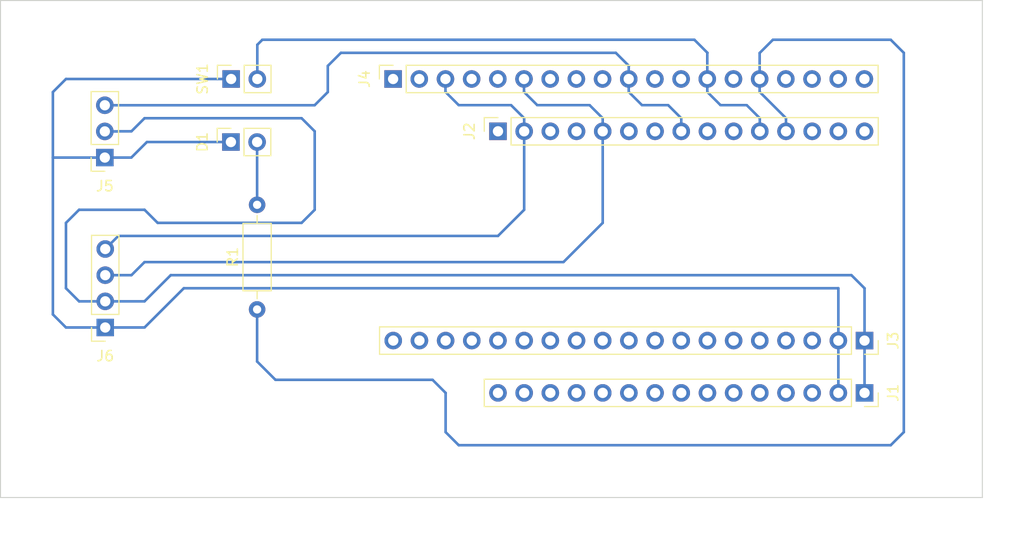
<source format=kicad_pcb>
(kicad_pcb (version 20240108) (generator "pcbnew") (generator_version "8.0")
  (layers (0 "F.Cu" signal) (31 "B.Cu" signal) (34 "B.Paste" user) (35 "F.Paste" user) (36 "B.SilkS" user "B.Silkscreen") (37 "F.SilkS" user "F.Silkscreen") (38 "B.Mask" user) (39 "F.Mask" user) (44 "Edge.Cuts" user))
  (net 0 "")
  (net 1 "GND")
  (net 2 "Net-(D1-A)")
  (net 13 "+5V")
  (net 20 "Net-(J2-Pin_8)")
  (net 22 "Net-(J2-Pin_12)")
  (net 23 "Net-(J2-Pin_2)")
  (net 25 "Net-(J2-Pin_11)")
  (net 28 "Net-(J2-Pin_5)")
  (footprint "Connector_PinSocket_2.54mm:PinSocket_1x15_P2.54mm_Vertical" (layer "F.Cu") (at 157.48 66.04 90)
    (property "Reference" "J2" (at 0 -2.77 270) (layer "F.SilkS"))
    (property "Value" "Conn_NodeMCU_30pin_right")
    (fp_line (start 1.33 -1.33) (end 1.33 0) (stroke (width 0.12)) (layer "F.SilkS"))
    (fp_line (start 0 -1.33) (end 1.33 -1.33) (stroke (width 0.12)) (layer "F.SilkS"))
    (fp_line (start 1.33 1.27) (end 1.33 36.89) (stroke (width 0.12)) (layer "F.SilkS"))
    (fp_line (start -1.33 1.27) (end 1.33 1.27) (stroke (width 0.12)) (layer "F.SilkS"))
    (fp_line (start -1.33 1.27) (end -1.33 36.89) (stroke (width 0.12)) (layer "F.SilkS"))
    (fp_line (start -1.33 36.89) (end 1.33 36.89) (stroke (width 0.12)) (layer "F.SilkS"))
    (pad "1" thru_hole rect (at 0 0 90) (size 1.7 1.7) (drill 1) (layers "*.Cu" "*.Mask"))
    (pad "2" thru_hole oval (at 0 2.54 90) (size 1.7 1.7) (drill 1) (layers "*.Cu" "*.Mask") (net 23 "Net-(J2-Pin_2)"))
    (pad "3" thru_hole oval (at 0 5.08 90) (size 1.7 1.7) (drill 1) (layers "*.Cu" "*.Mask"))
    (pad "4" thru_hole oval (at 0 7.62 90) (size 1.7 1.7) (drill 1) (layers "*.Cu" "*.Mask"))
    (pad "5" thru_hole oval (at 0 10.16 90) (size 1.7 1.7) (drill 1) (layers "*.Cu" "*.Mask") (net 28 "Net-(J2-Pin_5)"))
    (pad "6" thru_hole oval (at 0 12.7 90) (size 1.7 1.7) (drill 1) (layers "*.Cu" "*.Mask"))
    (pad "7" thru_hole oval (at 0 15.24 90) (size 1.7 1.7) (drill 1) (layers "*.Cu" "*.Mask"))
    (pad "8" thru_hole oval (at 0 17.78 90) (size 1.7 1.7) (drill 1) (layers "*.Cu" "*.Mask") (net 20 "Net-(J2-Pin_8)"))
    (pad "9" thru_hole oval (at 0 20.32 90) (size 1.7 1.7) (drill 1) (layers "*.Cu" "*.Mask"))
    (pad "10" thru_hole oval (at 0 22.86 90) (size 1.7 1.7) (drill 1) (layers "*.Cu" "*.Mask"))
    (pad "11" thru_hole oval (at 0 25.4 90) (size 1.7 1.7) (drill 1) (layers "*.Cu" "*.Mask") (net 25 "Net-(J2-Pin_11)"))
    (pad "12" thru_hole oval (at 0 27.94 90) (size 1.7 1.7) (drill 1) (layers "*.Cu" "*.Mask") (net 22 "Net-(J2-Pin_12)"))
    (pad "13" thru_hole oval (at 0 30.48 90) (size 1.7 1.7) (drill 1) (layers "*.Cu" "*.Mask"))
    (pad "14" thru_hole oval (at 0 33.02 90) (size 1.7 1.7) (drill 1) (layers "*.Cu" "*.Mask"))
    (pad "15" thru_hole oval (at 0 35.56 90) (size 1.7 1.7) (drill 1) (layers "*.Cu" "*.Mask"))
  )
  (footprint "Connector_PinSocket_2.54mm:PinSocket_1x02_P2.54mm_Vertical" (layer "F.Cu") (at 131.572 67.081 90)
    (property "Reference" "D1" (at 0 -2.77 270) (layer "F.SilkS"))
    (property "Value" "LED_neue_Meldung")
    (fp_line (start 1.33 -1.33) (end 1.33 0) (stroke (width 0.12)) (layer "F.SilkS"))
    (fp_line (start 0 -1.33) (end 1.33 -1.33) (stroke (width 0.12)) (layer "F.SilkS"))
    (fp_line (start 1.33 1.27) (end 1.33 3.87) (stroke (width 0.12)) (layer "F.SilkS"))
    (fp_line (start -1.33 1.27) (end 1.33 1.27) (stroke (width 0.12)) (layer "F.SilkS"))
    (fp_line (start -1.33 1.27) (end -1.33 3.87) (stroke (width 0.12)) (layer "F.SilkS"))
    (fp_line (start -1.33 3.87) (end 1.33 3.87) (stroke (width 0.12)) (layer "F.SilkS"))
    (pad "1" thru_hole rect (at 0 0 90) (size 1.7 1.7) (drill 1) (layers "*.Cu" "*.Mask") (net 1 "GND"))
    (pad "2" thru_hole oval (at 0 2.54 90) (size 1.7 1.7) (drill 1) (layers "*.Cu" "*.Mask") (net 2 "Net-(D1-A)"))
  )
  (footprint "Connector_PinSocket_2.54mm:PinSocket_1x15_P2.54mm_Vertical" (layer "F.Cu") (at 193.04 91.44 -90)
    (property "Reference" "J1" (at 0 -2.77 90) (layer "F.SilkS"))
    (property "Value" "Conn_NodeMCU_30pin_left")
    (fp_line (start -1.33 36.89) (end 1.33 36.89) (stroke (width 0.12)) (layer "F.SilkS"))
    (fp_line (start -1.33 1.27) (end -1.33 36.89) (stroke (width 0.12)) (layer "F.SilkS"))
    (fp_line (start -1.33 1.27) (end 1.33 1.27) (stroke (width 0.12)) (layer "F.SilkS"))
    (fp_line (start 1.33 1.27) (end 1.33 36.89) (stroke (width 0.12)) (layer "F.SilkS"))
    (fp_line (start 0 -1.33) (end 1.33 -1.33) (stroke (width 0.12)) (layer "F.SilkS"))
    (fp_line (start 1.33 -1.33) (end 1.33 0) (stroke (width 0.12)) (layer "F.SilkS"))
    (pad "1" thru_hole rect (at 0 0 270) (size 1.7 1.7) (drill 1) (layers "*.Cu" "*.Mask") (net 13 "+5V"))
    (pad "2" thru_hole oval (at 0 2.54 270) (size 1.7 1.7) (drill 1) (layers "*.Cu" "*.Mask") (net 1 "GND"))
    (pad "3" thru_hole oval (at 0 5.08 270) (size 1.7 1.7) (drill 1) (layers "*.Cu" "*.Mask"))
    (pad "4" thru_hole oval (at 0 7.62 270) (size 1.7 1.7) (drill 1) (layers "*.Cu" "*.Mask"))
    (pad "5" thru_hole oval (at 0 10.16 270) (size 1.7 1.7) (drill 1) (layers "*.Cu" "*.Mask"))
    (pad "6" thru_hole oval (at 0 12.7 270) (size 1.7 1.7) (drill 1) (layers "*.Cu" "*.Mask"))
    (pad "7" thru_hole oval (at 0 15.24 270) (size 1.7 1.7) (drill 1) (layers "*.Cu" "*.Mask"))
    (pad "8" thru_hole oval (at 0 17.78 270) (size 1.7 1.7) (drill 1) (layers "*.Cu" "*.Mask"))
    (pad "9" thru_hole oval (at 0 20.32 270) (size 1.7 1.7) (drill 1) (layers "*.Cu" "*.Mask"))
    (pad "10" thru_hole oval (at 0 22.86 270) (size 1.7 1.7) (drill 1) (layers "*.Cu" "*.Mask"))
    (pad "11" thru_hole oval (at 0 25.4 270) (size 1.7 1.7) (drill 1) (layers "*.Cu" "*.Mask"))
    (pad "12" thru_hole oval (at 0 27.94 270) (size 1.7 1.7) (drill 1) (layers "*.Cu" "*.Mask"))
    (pad "13" thru_hole oval (at 0 30.48 270) (size 1.7 1.7) (drill 1) (layers "*.Cu" "*.Mask"))
    (pad "14" thru_hole oval (at 0 33.02 270) (size 1.7 1.7) (drill 1) (layers "*.Cu" "*.Mask"))
    (pad "15" thru_hole oval (at 0 35.56 270) (size 1.7 1.7) (drill 1) (layers "*.Cu" "*.Mask"))
  )
  (footprint "Connector_PinSocket_2.54mm:PinSocket_1x19_P2.54mm_Vertical" (layer "F.Cu") (at 193.04 86.36 -90)
    (property "Reference" "J3" (at 0 -2.77 90) (layer "F.SilkS"))
    (property "Value" "Conn_NodeMCU_38pin_left")
    (fp_line (start -1.33 47.05) (end 1.33 47.05) (stroke (width 0.12)) (layer "F.SilkS"))
    (fp_line (start -1.33 1.27) (end -1.33 47.05) (stroke (width 0.12)) (layer "F.SilkS"))
    (fp_line (start -1.33 1.27) (end 1.33 1.27) (stroke (width 0.12)) (layer "F.SilkS"))
    (fp_line (start 1.33 1.27) (end 1.33 47.05) (stroke (width 0.12)) (layer "F.SilkS"))
    (fp_line (start 0 -1.33) (end 1.33 -1.33) (stroke (width 0.12)) (layer "F.SilkS"))
    (fp_line (start 1.33 -1.33) (end 1.33 0) (stroke (width 0.12)) (layer "F.SilkS"))
    (pad "1" thru_hole rect (at 0 0 270) (size 1.7 1.7) (drill 1) (layers "*.Cu" "*.Mask") (net 13 "+5V"))
    (pad "2" thru_hole oval (at 0 2.54 270) (size 1.7 1.7) (drill 1) (layers "*.Cu" "*.Mask") (net 1 "GND"))
    (pad "3" thru_hole oval (at 0 5.08 270) (size 1.7 1.7) (drill 1) (layers "*.Cu" "*.Mask"))
    (pad "4" thru_hole oval (at 0 7.62 270) (size 1.7 1.7) (drill 1) (layers "*.Cu" "*.Mask"))
    (pad "5" thru_hole oval (at 0 10.16 270) (size 1.7 1.7) (drill 1) (layers "*.Cu" "*.Mask"))
    (pad "6" thru_hole oval (at 0 12.7 270) (size 1.7 1.7) (drill 1) (layers "*.Cu" "*.Mask"))
    (pad "7" thru_hole oval (at 0 15.24 270) (size 1.7 1.7) (drill 1) (layers "*.Cu" "*.Mask"))
    (pad "8" thru_hole oval (at 0 17.78 270) (size 1.7 1.7) (drill 1) (layers "*.Cu" "*.Mask"))
    (pad "9" thru_hole oval (at 0 20.32 270) (size 1.7 1.7) (drill 1) (layers "*.Cu" "*.Mask"))
    (pad "10" thru_hole oval (at 0 22.86 270) (size 1.7 1.7) (drill 1) (layers "*.Cu" "*.Mask"))
    (pad "11" thru_hole oval (at 0 25.4 270) (size 1.7 1.7) (drill 1) (layers "*.Cu" "*.Mask"))
    (pad "12" thru_hole oval (at 0 27.94 270) (size 1.7 1.7) (drill 1) (layers "*.Cu" "*.Mask"))
    (pad "13" thru_hole oval (at 0 30.48 270) (size 1.7 1.7) (drill 1) (layers "*.Cu" "*.Mask"))
    (pad "14" thru_hole oval (at 0 33.02 270) (size 1.7 1.7) (drill 1) (layers "*.Cu" "*.Mask"))
    (pad "15" thru_hole oval (at 0 35.56 270) (size 1.7 1.7) (drill 1) (layers "*.Cu" "*.Mask"))
    (pad "16" thru_hole oval (at 0 38.1 270) (size 1.7 1.7) (drill 1) (layers "*.Cu" "*.Mask"))
    (pad "17" thru_hole oval (at 0 40.64 270) (size 1.7 1.7) (drill 1) (layers "*.Cu" "*.Mask"))
    (pad "18" thru_hole oval (at 0 43.18 270) (size 1.7 1.7) (drill 1) (layers "*.Cu" "*.Mask"))
    (pad "19" thru_hole oval (at 0 45.72 270) (size 1.7 1.7) (drill 1) (layers "*.Cu" "*.Mask"))
  )
  (footprint "Connector_PinSocket_2.54mm:PinSocket_1x03_P2.54mm_Vertical" (layer "F.Cu") (at 119.34 68.59 180)
    (property "Reference" "J5" (at 0 -2.77 180) (layer "F.SilkS"))
    (property "Value" "Conn_Piezzo (aktiv/passiv)")
    (fp_line (start 1.33 1.27) (end 1.33 6.41) (stroke (width 0.12)) (layer "F.SilkS"))
    (fp_line (start 1.33 -1.33) (end 1.33 0) (stroke (width 0.12)) (layer "F.SilkS"))
    (fp_line (start 0 -1.33) (end 1.33 -1.33) (stroke (width 0.12)) (layer "F.SilkS"))
    (fp_line (start -1.33 6.41) (end 1.33 6.41) (stroke (width 0.12)) (layer "F.SilkS"))
    (fp_line (start -1.33 1.27) (end 1.33 1.27) (stroke (width 0.12)) (layer "F.SilkS"))
    (fp_line (start -1.33 1.27) (end -1.33 6.41) (stroke (width 0.12)) (layer "F.SilkS"))
    (pad "1" thru_hole rect (at 0 0 180) (size 1.7 1.7) (drill 1) (layers "*.Cu" "*.Mask") (net 1 "GND"))
    (pad "2" thru_hole oval (at 0 2.54 180) (size 1.7 1.7) (drill 1) (layers "*.Cu" "*.Mask") (net 13 "+5V"))
    (pad "3" thru_hole oval (at 0 5.08 180) (size 1.7 1.7) (drill 1) (layers "*.Cu" "*.Mask") (net 20 "Net-(J2-Pin_8)"))
  )
  (footprint "Connector_PinSocket_2.54mm:PinSocket_1x04_P2.54mm_Vertical" (layer "F.Cu") (at 119.38 85.09 180)
    (property "Reference" "J6" (at 0 -2.77 180) (layer "F.SilkS"))
    (property "Value" "Conn_LCD")
    (fp_line (start 1.33 1.27) (end 1.33 8.95) (stroke (width 0.12)) (layer "F.SilkS"))
    (fp_line (start 1.33 -1.33) (end 1.33 0) (stroke (width 0.12)) (layer "F.SilkS"))
    (fp_line (start 0 -1.33) (end 1.33 -1.33) (stroke (width 0.12)) (layer "F.SilkS"))
    (fp_line (start -1.33 8.95) (end 1.33 8.95) (stroke (width 0.12)) (layer "F.SilkS"))
    (fp_line (start -1.33 1.27) (end 1.33 1.27) (stroke (width 0.12)) (layer "F.SilkS"))
    (fp_line (start -1.33 1.27) (end -1.33 8.95) (stroke (width 0.12)) (layer "F.SilkS"))
    (pad "1" thru_hole rect (at 0 0 180) (size 1.7 1.7) (drill 1) (layers "*.Cu" "*.Mask") (net 1 "GND"))
    (pad "2" thru_hole oval (at 0 2.54 180) (size 1.7 1.7) (drill 1) (layers "*.Cu" "*.Mask") (net 13 "+5V"))
    (pad "3" thru_hole oval (at 0 5.08 180) (size 1.7 1.7) (drill 1) (layers "*.Cu" "*.Mask") (net 28 "Net-(J2-Pin_5)"))
    (pad "4" thru_hole oval (at 0 7.62 180) (size 1.7 1.7) (drill 1) (layers "*.Cu" "*.Mask") (net 23 "Net-(J2-Pin_2)"))
  )
  (footprint "Connector_PinSocket_2.54mm:PinSocket_1x02_P2.54mm_Vertical" (layer "F.Cu") (at 131.592 60.96 90)
    (property "Reference" "SW1" (at 0 -2.77 270) (layer "F.SilkS"))
    (property "Value" "SW_Meldung_bestätigen")
    (fp_line (start 1.33 -1.33) (end 1.33 0) (stroke (width 0.12)) (layer "F.SilkS"))
    (fp_line (start 0 -1.33) (end 1.33 -1.33) (stroke (width 0.12)) (layer "F.SilkS"))
    (fp_line (start 1.33 1.27) (end 1.33 3.87) (stroke (width 0.12)) (layer "F.SilkS"))
    (fp_line (start -1.33 1.27) (end 1.33 1.27) (stroke (width 0.12)) (layer "F.SilkS"))
    (fp_line (start -1.33 1.27) (end -1.33 3.87) (stroke (width 0.12)) (layer "F.SilkS"))
    (fp_line (start -1.33 3.87) (end 1.33 3.87) (stroke (width 0.12)) (layer "F.SilkS"))
    (pad "1" thru_hole rect (at 0 0 90) (size 1.7 1.7) (drill 1) (layers "*.Cu" "*.Mask") (net 1 "GND"))
    (pad "2" thru_hole oval (at 0 2.54 90) (size 1.7 1.7) (drill 1) (layers "*.Cu" "*.Mask") (net 25 "Net-(J2-Pin_11)"))
  )
  (footprint "Resistor_THT:R_Axial_DIN0207_L6.3mm_D2.5mm_P10.16mm_Horizontal" (layer "F.Cu") (at 134.112 83.337 90)
    (property "Reference" "R1" (at 5.08 -2.37 270) (layer "F.SilkS"))
    (property "Value" "150R")
    (fp_line (start 8.35 -1.37) (end 1.81 -1.37) (stroke (width 0.12)) (layer "F.SilkS"))
    (fp_line (start 1.81 -1.37) (end 1.81 1.37) (stroke (width 0.12)) (layer "F.SilkS"))
    (fp_line (start 9.12 0) (end 8.35 0) (stroke (width 0.12)) (layer "F.SilkS"))
    (fp_line (start 1.04 0) (end 1.81 0) (stroke (width 0.12)) (layer "F.SilkS"))
    (fp_line (start 8.35 1.37) (end 8.35 -1.37) (stroke (width 0.12)) (layer "F.SilkS"))
    (fp_line (start 1.81 1.37) (end 8.35 1.37) (stroke (width 0.12)) (layer "F.SilkS"))
    (pad "1" thru_hole circle (at 0 0 90) (size 1.6 1.6) (drill 0.8) (layers "*.Cu" "*.Mask") (net 22 "Net-(J2-Pin_12)"))
    (pad "2" thru_hole oval (at 10.16 0 90) (size 1.6 1.6) (drill 0.8) (layers "*.Cu" "*.Mask") (net 2 "Net-(D1-A)"))
  )
  (footprint "Connector_PinSocket_2.54mm:PinSocket_1x19_P2.54mm_Vertical" (layer "F.Cu") (at 147.305 60.96 90)
    (property "Reference" "J4" (at 0 -2.77 270) (layer "F.SilkS"))
    (property "Value" "Conn_NodeMCU_38pin_right")
    (fp_line (start 1.33 -1.33) (end 1.33 0) (stroke (width 0.12)) (layer "F.SilkS"))
    (fp_line (start 0 -1.33) (end 1.33 -1.33) (stroke (width 0.12)) (layer "F.SilkS"))
    (fp_line (start 1.33 1.27) (end 1.33 47.05) (stroke (width 0.12)) (layer "F.SilkS"))
    (fp_line (start -1.33 1.27) (end 1.33 1.27) (stroke (width 0.12)) (layer "F.SilkS"))
    (fp_line (start -1.33 1.27) (end -1.33 47.05) (stroke (width 0.12)) (layer "F.SilkS"))
    (fp_line (start -1.33 47.05) (end 1.33 47.05) (stroke (width 0.12)) (layer "F.SilkS"))
    (pad "1" thru_hole rect (at 0 0 90) (size 1.7 1.7) (drill 1) (layers "*.Cu" "*.Mask"))
    (pad "2" thru_hole oval (at 0 2.54 90) (size 1.7 1.7) (drill 1) (layers "*.Cu" "*.Mask"))
    (pad "3" thru_hole oval (at 0 5.08 90) (size 1.7 1.7) (drill 1) (layers "*.Cu" "*.Mask") (net 23 "Net-(J2-Pin_2)"))
    (pad "4" thru_hole oval (at 0 7.62 90) (size 1.7 1.7) (drill 1) (layers "*.Cu" "*.Mask"))
    (pad "5" thru_hole oval (at 0 10.16 90) (size 1.7 1.7) (drill 1) (layers "*.Cu" "*.Mask"))
    (pad "6" thru_hole oval (at 0 12.7 90) (size 1.7 1.7) (drill 1) (layers "*.Cu" "*.Mask") (net 28 "Net-(J2-Pin_5)"))
    (pad "7" thru_hole oval (at 0 15.24 90) (size 1.7 1.7) (drill 1) (layers "*.Cu" "*.Mask"))
    (pad "8" thru_hole oval (at 0 17.78 90) (size 1.7 1.7) (drill 1) (layers "*.Cu" "*.Mask"))
    (pad "9" thru_hole oval (at 0 20.32 90) (size 1.7 1.7) (drill 1) (layers "*.Cu" "*.Mask"))
    (pad "10" thru_hole oval (at 0 22.86 90) (size 1.7 1.7) (drill 1) (layers "*.Cu" "*.Mask") (net 20 "Net-(J2-Pin_8)"))
    (pad "11" thru_hole oval (at 0 25.4 90) (size 1.7 1.7) (drill 1) (layers "*.Cu" "*.Mask"))
    (pad "12" thru_hole oval (at 0 27.94 90) (size 1.7 1.7) (drill 1) (layers "*.Cu" "*.Mask"))
    (pad "13" thru_hole oval (at 0 30.48 90) (size 1.7 1.7) (drill 1) (layers "*.Cu" "*.Mask") (net 25 "Net-(J2-Pin_11)"))
    (pad "14" thru_hole oval (at 0 33.02 90) (size 1.7 1.7) (drill 1) (layers "*.Cu" "*.Mask"))
    (pad "15" thru_hole oval (at 0 35.56 90) (size 1.7 1.7) (drill 1) (layers "*.Cu" "*.Mask") (net 22 "Net-(J2-Pin_12)"))
    (pad "16" thru_hole oval (at 0 38.1 90) (size 1.7 1.7) (drill 1) (layers "*.Cu" "*.Mask"))
    (pad "17" thru_hole oval (at 0 40.64 90) (size 1.7 1.7) (drill 1) (layers "*.Cu" "*.Mask"))
    (pad "18" thru_hole oval (at 0 43.18 90) (size 1.7 1.7) (drill 1) (layers "*.Cu" "*.Mask"))
    (pad "19" thru_hole oval (at 0 45.72 90) (size 1.7 1.7) (drill 1) (layers "*.Cu" "*.Mask"))
  )
  (gr_line (start 204.47 53.34) (end 204.47 101.6) (stroke (width 0.1)) (layer "Edge.Cuts"))
  (gr_line (start 109.22 101.6) (end 109.22 53.34) (stroke (width 0.1)) (layer "Edge.Cuts"))
  (gr_line (start 204.47 101.6) (end 109.22 101.6) (stroke (width 0.1)) (layer "Edge.Cuts"))
  (gr_line (start 109.22 53.34) (end 204.47 53.34) (stroke (width 0.1)) (layer "Edge.Cuts"))
  (segment (start 123.19 85.09) (end 119.38 85.09) (width 0.25) (layer "B.Cu") (net 1))
  (segment (start 119.34 68.59) (end 121.91 68.59) (width 0.25) (layer "B.Cu") (net 1))
  (segment (start 190.5 81.28) (end 127 81.28) (width 0.25) (layer "B.Cu") (net 1))
  (segment (start 123.419 67.081) (end 131.572 67.081) (width 0.25) (layer "B.Cu") (net 1))
  (segment (start 127 81.28) (end 123.19 85.09) (width 0.25) (layer "B.Cu") (net 1))
  (segment (start 121.91 68.59) (end 123.419 67.081) (width 0.25) (layer "B.Cu") (net 1))
  (segment (start 114.3 68.58) (end 114.3 62.23) (width 0.25) (layer "B.Cu") (net 1))
  (segment (start 115.57 85.09) (end 114.3 83.82) (width 0.25) (layer "B.Cu") (net 1))
  (segment (start 119.38 85.09) (end 115.57 85.09) (width 0.25) (layer "B.Cu") (net 1))
  (segment (start 114.3 83.82) (end 114.3 68.58) (width 0.25) (layer "B.Cu") (net 1))
  (segment (start 190.5 86.36) (end 190.5 81.28) (width 0.25) (layer "B.Cu") (net 1))
  (segment (start 114.31 68.59) (end 114.3 68.58) (width 0.25) (layer "B.Cu") (net 1))
  (segment (start 115.57 60.96) (end 131.592 60.96) (width 0.25) (layer "B.Cu") (net 1))
  (segment (start 190.5 91.44) (end 190.5 86.36) (width 0.25) (layer "B.Cu") (net 1))
  (segment (start 119.34 68.59) (end 114.31 68.59) (width 0.25) (layer "B.Cu") (net 1))
  (segment (start 114.3 62.23) (end 115.57 60.96) (width 0.25) (layer "B.Cu") (net 1))
  (segment (start 134.112 67.335) (end 134.112 73.177) (width 0.25) (layer "B.Cu") (net 2))
  (segment (start 123.19 64.77) (end 121.92 66.04) (width 0.25) (layer "B.Cu") (net 13))
  (segment (start 125.73 80.01) (end 123.19 82.55) (width 0.25) (layer "B.Cu") (net 13))
  (segment (start 120.64 66.05) (end 119.34 66.05) (width 0.25) (layer "B.Cu") (net 13))
  (segment (start 115.57 81.28) (end 115.57 74.93) (width 0.25) (layer "B.Cu") (net 13))
  (segment (start 193.04 91.44) (end 193.04 86.36) (width 0.25) (layer "B.Cu") (net 13))
  (segment (start 119.38 82.55) (end 116.84 82.55) (width 0.25) (layer "B.Cu") (net 13))
  (segment (start 193.04 86.36) (end 193.04 81.28) (width 0.25) (layer "B.Cu") (net 13))
  (segment (start 115.57 74.93) (end 116.84 73.66) (width 0.25) (layer "B.Cu") (net 13))
  (segment (start 116.84 73.66) (end 123.19 73.66) (width 0.25) (layer "B.Cu") (net 13))
  (segment (start 116.84 82.55) (end 115.57 81.28) (width 0.25) (layer "B.Cu") (net 13))
  (segment (start 120.65 66.04) (end 120.64 66.05) (width 0.25) (layer "B.Cu") (net 13))
  (segment (start 123.19 73.66) (end 124.46 74.93) (width 0.25) (layer "B.Cu") (net 13))
  (segment (start 138.43 74.93) (end 139.7 73.66) (width 0.25) (layer "B.Cu") (net 13))
  (segment (start 121.92 66.04) (end 120.65 66.04) (width 0.25) (layer "B.Cu") (net 13))
  (segment (start 139.7 66.04) (end 138.43 64.77) (width 0.25) (layer "B.Cu") (net 13))
  (segment (start 139.7 73.66) (end 139.7 66.04) (width 0.25) (layer "B.Cu") (net 13))
  (segment (start 191.77 80.01) (end 125.73 80.01) (width 0.25) (layer "B.Cu") (net 13))
  (segment (start 138.43 64.77) (end 123.19 64.77) (width 0.25) (layer "B.Cu") (net 13))
  (segment (start 123.19 82.55) (end 119.38 82.55) (width 0.25) (layer "B.Cu") (net 13))
  (segment (start 124.46 74.93) (end 138.43 74.93) (width 0.25) (layer "B.Cu") (net 13))
  (segment (start 193.04 81.28) (end 191.77 80.01) (width 0.25) (layer "B.Cu") (net 13))
  (segment (start 119.34 63.51) (end 139.69 63.51) (width 0.25) (layer "B.Cu") (net 20))
  (segment (start 140.97 62.23) (end 140.97 59.69) (width 0.25) (layer "B.Cu") (net 20))
  (segment (start 168.91 58.42) (end 170.18 59.69) (width 0.25) (layer "B.Cu") (net 20))
  (segment (start 175.26 64.77) (end 175.26 66.04) (width 0.25) (layer "B.Cu") (net 20))
  (segment (start 170.165 62.215) (end 171.45 63.5) (width 0.25) (layer "B.Cu") (net 20))
  (segment (start 171.45 63.5) (end 173.99 63.5) (width 0.25) (layer "B.Cu") (net 20))
  (segment (start 170.165 60.96) (end 170.165 62.215) (width 0.25) (layer "B.Cu") (net 20))
  (segment (start 170.165 59.705) (end 170.165 60.96) (width 0.25) (layer "B.Cu") (net 20))
  (segment (start 139.69 63.51) (end 140.97 62.23) (width 0.25) (layer "B.Cu") (net 20))
  (segment (start 140.97 59.69) (end 142.24 58.42) (width 0.25) (layer "B.Cu") (net 20))
  (segment (start 142.24 58.42) (end 168.91 58.42) (width 0.25) (layer "B.Cu") (net 20))
  (segment (start 170.18 59.69) (end 170.165 59.705) (width 0.25) (layer "B.Cu") (net 20))
  (segment (start 173.99 63.5) (end 175.26 64.77) (width 0.25) (layer "B.Cu") (net 20))
  (segment (start 182.865 60.96) (end 182.865 62.215) (width 0.25) (layer "B.Cu") (net 22))
  (segment (start 151.13 90.17) (end 135.89 90.17) (width 0.25) (layer "B.Cu") (net 22))
  (segment (start 134.112 88.392) (end 134.112 83.337) (width 0.25) (layer "B.Cu") (net 22))
  (segment (start 152.4 91.44) (end 151.13 90.17) (width 0.25) (layer "B.Cu") (net 22))
  (segment (start 182.865 60.96) (end 182.865 58.435) (width 0.25) (layer "B.Cu") (net 22))
  (segment (start 196.85 95.25) (end 195.58 96.52) (width 0.25) (layer "B.Cu") (net 22))
  (segment (start 184.15 57.15) (end 195.58 57.15) (width 0.25) (layer "B.Cu") (net 22))
  (segment (start 185.42 64.77) (end 185.42 66.04) (width 0.25) (layer "B.Cu") (net 22))
  (segment (start 195.58 57.15) (end 196.85 58.42) (width 0.25) (layer "B.Cu") (net 22))
  (segment (start 196.85 58.42) (end 196.85 95.25) (width 0.25) (layer "B.Cu") (net 22))
  (segment (start 182.865 58.435) (end 184.15 57.15) (width 0.25) (layer "B.Cu") (net 22))
  (segment (start 195.58 96.52) (end 153.67 96.52) (width 0.25) (layer "B.Cu") (net 22))
  (segment (start 182.865 62.215) (end 185.42 64.77) (width 0.25) (layer "B.Cu") (net 22))
  (segment (start 152.4 95.25) (end 152.4 91.44) (width 0.25) (layer "B.Cu") (net 22))
  (segment (start 153.67 96.52) (end 152.4 95.25) (width 0.25) (layer "B.Cu") (net 22))
  (segment (start 135.89 90.17) (end 134.112 88.392) (width 0.25) (layer "B.Cu") (net 22))
  (segment (start 152.385 62.215) (end 152.385 60.96) (width 0.25) (layer "B.Cu") (net 23))
  (segment (start 160.02 66.04) (end 160.02 64.77) (width 0.25) (layer "B.Cu") (net 23))
  (segment (start 158.75 63.5) (end 153.67 63.5) (width 0.25) (layer "B.Cu") (net 23))
  (segment (start 157.48 76.2) (end 160.02 73.66) (width 0.25) (layer "B.Cu") (net 23))
  (segment (start 119.38 77.47) (end 120.65 76.2) (width 0.25) (layer "B.Cu") (net 23))
  (segment (start 160.02 73.66) (end 160.02 66.04) (width 0.25) (layer "B.Cu") (net 23))
  (segment (start 153.67 63.5) (end 152.385 62.215) (width 0.25) (layer "B.Cu") (net 23))
  (segment (start 120.65 76.2) (end 157.48 76.2) (width 0.25) (layer "B.Cu") (net 23))
  (segment (start 160.02 64.77) (end 158.75 63.5) (width 0.25) (layer "B.Cu") (net 23))
  (segment (start 177.8 58.42) (end 177.785 58.435) (width 0.25) (layer "B.Cu") (net 25))
  (segment (start 182.88 64.77) (end 182.88 66.04) (width 0.25) (layer "B.Cu") (net 25))
  (segment (start 179.07 63.5) (end 181.61 63.5) (width 0.25) (layer "B.Cu") (net 25))
  (segment (start 134.132 57.638) (end 134.62 57.15) (width 0.25) (layer "B.Cu") (net 25))
  (segment (start 177.785 60.96) (end 177.785 62.215) (width 0.25) (layer "B.Cu") (net 25))
  (segment (start 177.785 58.435) (end 177.785 60.96) (width 0.25) (layer "B.Cu") (net 25))
  (segment (start 134.132 60.96) (end 134.132 57.638) (width 0.25) (layer "B.Cu") (net 25))
  (segment (start 134.62 57.15) (end 176.53 57.15) (width 0.25) (layer "B.Cu") (net 25))
  (segment (start 176.53 57.15) (end 177.8 58.42) (width 0.25) (layer "B.Cu") (net 25))
  (segment (start 181.61 63.5) (end 182.88 64.77) (width 0.25) (layer "B.Cu") (net 25))
  (segment (start 177.785 62.215) (end 179.07 63.5) (width 0.25) (layer "B.Cu") (net 25))
  (segment (start 119.38 80.01) (end 121.92 80.01) (width 0.25) (layer "B.Cu") (net 28))
  (segment (start 160.02 60.975) (end 160.005 60.96) (width 0.25) (layer "B.Cu") (net 28))
  (segment (start 167.64 74.93) (end 167.64 66.04) (width 0.25) (layer "B.Cu") (net 28))
  (segment (start 123.19 78.74) (end 163.83 78.74) (width 0.25) (layer "B.Cu") (net 28))
  (segment (start 167.64 66.04) (end 167.64 64.77) (width 0.25) (layer "B.Cu") (net 28))
  (segment (start 167.64 64.77) (end 166.37 63.5) (width 0.25) (layer "B.Cu") (net 28))
  (segment (start 161.29 63.5) (end 160.005 62.215) (width 0.25) (layer "B.Cu") (net 28))
  (segment (start 166.37 63.5) (end 161.29 63.5) (width 0.25) (layer "B.Cu") (net 28))
  (segment (start 121.92 80.01) (end 123.19 78.74) (width 0.25) (layer "B.Cu") (net 28))
  (segment (start 160.005 62.215) (end 160.005 60.96) (width 0.25) (layer "B.Cu") (net 28))
  (segment (start 163.83 78.74) (end 167.64 74.93) (width 0.25) (layer "B.Cu") (net 28))
)
</source>
